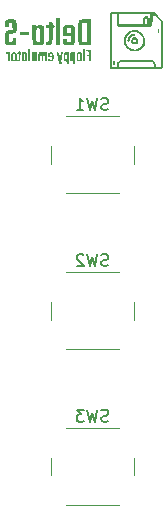
<source format=gbr>
%TF.GenerationSoftware,KiCad,Pcbnew,7.0.11*%
%TF.CreationDate,2024-05-26T23:12:01+03:00*%
%TF.ProjectId,delta_flop_arduino,64656c74-615f-4666-9c6f-705f61726475,rev?*%
%TF.SameCoordinates,Original*%
%TF.FileFunction,Legend,Bot*%
%TF.FilePolarity,Positive*%
%FSLAX46Y46*%
G04 Gerber Fmt 4.6, Leading zero omitted, Abs format (unit mm)*
G04 Created by KiCad (PCBNEW 7.0.11) date 2024-05-26 23:12:01*
%MOMM*%
%LPD*%
G01*
G04 APERTURE LIST*
%ADD10C,0.150000*%
%ADD11C,0.120000*%
G04 APERTURE END LIST*
D10*
X213983332Y-138607200D02*
X213840475Y-138654819D01*
X213840475Y-138654819D02*
X213602380Y-138654819D01*
X213602380Y-138654819D02*
X213507142Y-138607200D01*
X213507142Y-138607200D02*
X213459523Y-138559580D01*
X213459523Y-138559580D02*
X213411904Y-138464342D01*
X213411904Y-138464342D02*
X213411904Y-138369104D01*
X213411904Y-138369104D02*
X213459523Y-138273866D01*
X213459523Y-138273866D02*
X213507142Y-138226247D01*
X213507142Y-138226247D02*
X213602380Y-138178628D01*
X213602380Y-138178628D02*
X213792856Y-138131009D01*
X213792856Y-138131009D02*
X213888094Y-138083390D01*
X213888094Y-138083390D02*
X213935713Y-138035771D01*
X213935713Y-138035771D02*
X213983332Y-137940533D01*
X213983332Y-137940533D02*
X213983332Y-137845295D01*
X213983332Y-137845295D02*
X213935713Y-137750057D01*
X213935713Y-137750057D02*
X213888094Y-137702438D01*
X213888094Y-137702438D02*
X213792856Y-137654819D01*
X213792856Y-137654819D02*
X213554761Y-137654819D01*
X213554761Y-137654819D02*
X213411904Y-137702438D01*
X213078570Y-137654819D02*
X212840475Y-138654819D01*
X212840475Y-138654819D02*
X212649999Y-137940533D01*
X212649999Y-137940533D02*
X212459523Y-138654819D01*
X212459523Y-138654819D02*
X212221428Y-137654819D01*
X211935713Y-137654819D02*
X211316666Y-137654819D01*
X211316666Y-137654819D02*
X211649999Y-138035771D01*
X211649999Y-138035771D02*
X211507142Y-138035771D01*
X211507142Y-138035771D02*
X211411904Y-138083390D01*
X211411904Y-138083390D02*
X211364285Y-138131009D01*
X211364285Y-138131009D02*
X211316666Y-138226247D01*
X211316666Y-138226247D02*
X211316666Y-138464342D01*
X211316666Y-138464342D02*
X211364285Y-138559580D01*
X211364285Y-138559580D02*
X211411904Y-138607200D01*
X211411904Y-138607200D02*
X211507142Y-138654819D01*
X211507142Y-138654819D02*
X211792856Y-138654819D01*
X211792856Y-138654819D02*
X211888094Y-138607200D01*
X211888094Y-138607200D02*
X211935713Y-138559580D01*
X213983332Y-125407200D02*
X213840475Y-125454819D01*
X213840475Y-125454819D02*
X213602380Y-125454819D01*
X213602380Y-125454819D02*
X213507142Y-125407200D01*
X213507142Y-125407200D02*
X213459523Y-125359580D01*
X213459523Y-125359580D02*
X213411904Y-125264342D01*
X213411904Y-125264342D02*
X213411904Y-125169104D01*
X213411904Y-125169104D02*
X213459523Y-125073866D01*
X213459523Y-125073866D02*
X213507142Y-125026247D01*
X213507142Y-125026247D02*
X213602380Y-124978628D01*
X213602380Y-124978628D02*
X213792856Y-124931009D01*
X213792856Y-124931009D02*
X213888094Y-124883390D01*
X213888094Y-124883390D02*
X213935713Y-124835771D01*
X213935713Y-124835771D02*
X213983332Y-124740533D01*
X213983332Y-124740533D02*
X213983332Y-124645295D01*
X213983332Y-124645295D02*
X213935713Y-124550057D01*
X213935713Y-124550057D02*
X213888094Y-124502438D01*
X213888094Y-124502438D02*
X213792856Y-124454819D01*
X213792856Y-124454819D02*
X213554761Y-124454819D01*
X213554761Y-124454819D02*
X213411904Y-124502438D01*
X213078570Y-124454819D02*
X212840475Y-125454819D01*
X212840475Y-125454819D02*
X212649999Y-124740533D01*
X212649999Y-124740533D02*
X212459523Y-125454819D01*
X212459523Y-125454819D02*
X212221428Y-124454819D01*
X211888094Y-124550057D02*
X211840475Y-124502438D01*
X211840475Y-124502438D02*
X211745237Y-124454819D01*
X211745237Y-124454819D02*
X211507142Y-124454819D01*
X211507142Y-124454819D02*
X211411904Y-124502438D01*
X211411904Y-124502438D02*
X211364285Y-124550057D01*
X211364285Y-124550057D02*
X211316666Y-124645295D01*
X211316666Y-124645295D02*
X211316666Y-124740533D01*
X211316666Y-124740533D02*
X211364285Y-124883390D01*
X211364285Y-124883390D02*
X211935713Y-125454819D01*
X211935713Y-125454819D02*
X211316666Y-125454819D01*
X213983332Y-112207200D02*
X213840475Y-112254819D01*
X213840475Y-112254819D02*
X213602380Y-112254819D01*
X213602380Y-112254819D02*
X213507142Y-112207200D01*
X213507142Y-112207200D02*
X213459523Y-112159580D01*
X213459523Y-112159580D02*
X213411904Y-112064342D01*
X213411904Y-112064342D02*
X213411904Y-111969104D01*
X213411904Y-111969104D02*
X213459523Y-111873866D01*
X213459523Y-111873866D02*
X213507142Y-111826247D01*
X213507142Y-111826247D02*
X213602380Y-111778628D01*
X213602380Y-111778628D02*
X213792856Y-111731009D01*
X213792856Y-111731009D02*
X213888094Y-111683390D01*
X213888094Y-111683390D02*
X213935713Y-111635771D01*
X213935713Y-111635771D02*
X213983332Y-111540533D01*
X213983332Y-111540533D02*
X213983332Y-111445295D01*
X213983332Y-111445295D02*
X213935713Y-111350057D01*
X213935713Y-111350057D02*
X213888094Y-111302438D01*
X213888094Y-111302438D02*
X213792856Y-111254819D01*
X213792856Y-111254819D02*
X213554761Y-111254819D01*
X213554761Y-111254819D02*
X213411904Y-111302438D01*
X213078570Y-111254819D02*
X212840475Y-112254819D01*
X212840475Y-112254819D02*
X212649999Y-111540533D01*
X212649999Y-111540533D02*
X212459523Y-112254819D01*
X212459523Y-112254819D02*
X212221428Y-111254819D01*
X211316666Y-112254819D02*
X211888094Y-112254819D01*
X211602380Y-112254819D02*
X211602380Y-111254819D01*
X211602380Y-111254819D02*
X211697618Y-111397676D01*
X211697618Y-111397676D02*
X211792856Y-111492914D01*
X211792856Y-111492914D02*
X211888094Y-111540533D01*
D11*
%TO.C,SW3*%
X216150000Y-141700000D02*
X216150000Y-143200000D01*
X214900000Y-145700000D02*
X210400000Y-145700000D01*
X210400000Y-139200000D02*
X214900000Y-139200000D01*
X209150000Y-143200000D02*
X209150000Y-141700000D01*
%TO.C,SW2*%
X216150000Y-128500000D02*
X216150000Y-130000000D01*
X214900000Y-132500000D02*
X210400000Y-132500000D01*
X210400000Y-126000000D02*
X214900000Y-126000000D01*
X209150000Y-130000000D02*
X209150000Y-128500000D01*
%TO.C,SW1*%
X216150000Y-115300000D02*
X216150000Y-116800000D01*
X214900000Y-119300000D02*
X210400000Y-119300000D01*
X210400000Y-112800000D02*
X214900000Y-112800000D01*
X209150000Y-116800000D02*
X209150000Y-115300000D01*
%TO.C,G\u002A\u002A\u002A*%
G36*
X212041259Y-107611632D02*
G01*
X212041259Y-108137460D01*
X211957915Y-108137460D01*
X211874570Y-108137460D01*
X211882073Y-107620359D01*
X211889577Y-107103258D01*
X211965418Y-107094531D01*
X212041259Y-107085805D01*
X212041259Y-107611632D01*
G37*
G36*
X207408035Y-107613464D02*
G01*
X207408035Y-108137460D01*
X207325299Y-108137460D01*
X207242562Y-108137460D01*
X207242562Y-107613464D01*
X207242562Y-107089468D01*
X207325299Y-107089468D01*
X207408035Y-107089468D01*
X207408035Y-107613464D01*
G37*
G36*
X207297720Y-105751900D02*
G01*
X207297720Y-105876005D01*
X206911618Y-105876005D01*
X206525516Y-105876005D01*
X206525516Y-105751900D01*
X206525516Y-105627796D01*
X206911618Y-105627796D01*
X207297720Y-105627796D01*
X207297720Y-105751900D01*
G37*
G36*
X214519100Y-108124634D02*
G01*
X214550125Y-108137834D01*
X214565482Y-108177868D01*
X214573291Y-108258896D01*
X214574064Y-108272769D01*
X214569844Y-108369959D01*
X214545712Y-108417051D01*
X214528323Y-108427175D01*
X214495765Y-108439981D01*
X214453747Y-108426102D01*
X214422877Y-108366427D01*
X214418240Y-108258896D01*
X214421627Y-108213250D01*
X214432114Y-108154043D01*
X214454120Y-108128903D01*
X214495765Y-108123670D01*
X214519100Y-108124634D01*
G37*
G36*
X209917698Y-105595621D02*
G01*
X209917589Y-105721370D01*
X209916755Y-105960523D01*
X209915176Y-106179502D01*
X209912944Y-106372476D01*
X209910151Y-106533615D01*
X209906886Y-106657088D01*
X209903243Y-106737066D01*
X209899312Y-106767717D01*
X209881232Y-106774703D01*
X209819669Y-106782905D01*
X209733840Y-106786102D01*
X209586754Y-106786102D01*
X209586754Y-105614007D01*
X209586754Y-104441911D01*
X209752226Y-104441911D01*
X209917698Y-104441911D01*
X209917698Y-105595621D01*
G37*
G36*
X218301382Y-105420803D02*
G01*
X218301914Y-105421156D01*
X218317487Y-105457872D01*
X218326636Y-105527516D01*
X218328773Y-105608776D01*
X218323309Y-105680338D01*
X218309658Y-105720889D01*
X218288617Y-105730535D01*
X218233817Y-105732380D01*
X218225142Y-105730829D01*
X218194426Y-105713069D01*
X218177791Y-105668042D01*
X218169268Y-105581824D01*
X218167558Y-105547637D01*
X218169092Y-105476555D01*
X218184134Y-105439619D01*
X218217284Y-105421466D01*
X218254724Y-105414346D01*
X218301382Y-105420803D01*
G37*
G36*
X205670575Y-107751358D02*
G01*
X205670575Y-108137460D01*
X205587839Y-108137460D01*
X205505103Y-108137460D01*
X205505103Y-107837083D01*
X205504970Y-107744818D01*
X205503245Y-107643703D01*
X205497717Y-107580816D01*
X205486170Y-107545946D01*
X205466389Y-107528879D01*
X205436156Y-107519403D01*
X205384424Y-107492480D01*
X205367210Y-107433677D01*
X205371652Y-107381847D01*
X205394744Y-107368694D01*
X205450085Y-107392909D01*
X205482219Y-107405560D01*
X205518846Y-107392909D01*
X205544841Y-107375453D01*
X205603256Y-107365255D01*
X205670575Y-107365255D01*
X205670575Y-107751358D01*
G37*
G36*
X216255636Y-105805098D02*
G01*
X216293204Y-105827417D01*
X216302172Y-105875360D01*
X216300375Y-105901058D01*
X216283400Y-105932587D01*
X216237745Y-105955096D01*
X216150489Y-105977264D01*
X216063071Y-106005549D01*
X215944205Y-106075994D01*
X215854366Y-106169425D01*
X215806618Y-106274549D01*
X215795306Y-106328871D01*
X215777650Y-106413790D01*
X215776025Y-106420604D01*
X215740666Y-106471795D01*
X215685489Y-106481209D01*
X215629408Y-106444880D01*
X215616008Y-106418912D01*
X215612885Y-106359271D01*
X215629181Y-106261585D01*
X215637899Y-106227208D01*
X215702725Y-106085903D01*
X215803289Y-105963433D01*
X215928466Y-105868703D01*
X216067131Y-105810620D01*
X216208161Y-105798089D01*
X216255636Y-105805098D01*
G37*
G36*
X207959609Y-107716431D02*
G01*
X207958922Y-107813733D01*
X207953558Y-107963291D01*
X207942790Y-108059766D01*
X207926515Y-108104365D01*
X207892467Y-108119609D01*
X207813005Y-108132622D01*
X207705885Y-108137460D01*
X207518350Y-108137460D01*
X207518350Y-107749526D01*
X207518350Y-107361592D01*
X207594191Y-107370318D01*
X207670033Y-107379045D01*
X207683822Y-107696200D01*
X207688450Y-107791428D01*
X207696430Y-107900970D01*
X207706549Y-107968939D01*
X207720251Y-108003634D01*
X207738979Y-108013355D01*
X207751563Y-108009617D01*
X207766923Y-107984951D01*
X207778177Y-107930026D01*
X207786767Y-107836542D01*
X207794137Y-107696200D01*
X207807926Y-107379045D01*
X207883768Y-107370318D01*
X207959609Y-107361592D01*
X207959609Y-107716431D01*
G37*
G36*
X212537676Y-107654832D02*
G01*
X212537676Y-108137460D01*
X212454940Y-108137460D01*
X212372204Y-108137460D01*
X212372204Y-107930619D01*
X212372204Y-107723779D01*
X212259971Y-107723779D01*
X212247780Y-107723742D01*
X212182762Y-107719246D01*
X212156997Y-107701361D01*
X212156551Y-107661727D01*
X212164184Y-107633098D01*
X212197080Y-107603925D01*
X212268784Y-107591115D01*
X212372204Y-107582556D01*
X212372204Y-107447838D01*
X212372204Y-107313120D01*
X212241205Y-107304714D01*
X212225642Y-107303649D01*
X212151386Y-107293655D01*
X212114970Y-107273045D01*
X212101393Y-107234257D01*
X212099297Y-107209867D01*
X212108049Y-107188720D01*
X212139790Y-107177470D01*
X212205243Y-107173002D01*
X212315129Y-107172204D01*
X212537676Y-107172204D01*
X212537676Y-107654832D01*
G37*
G36*
X216521921Y-106426624D02*
G01*
X216490778Y-106552129D01*
X216417106Y-106644346D01*
X216303691Y-106699444D01*
X216255937Y-106708763D01*
X216130765Y-106698867D01*
X216023216Y-106639440D01*
X215941830Y-106534377D01*
X215910130Y-106449938D01*
X215911126Y-106392996D01*
X216094417Y-106392996D01*
X216102417Y-106459451D01*
X216148676Y-106509345D01*
X216184850Y-106525807D01*
X216231412Y-106537894D01*
X216255799Y-106529612D01*
X216305826Y-106491676D01*
X216351286Y-106441544D01*
X216371118Y-106400000D01*
X216362728Y-106375929D01*
X216324293Y-106326551D01*
X216273501Y-106281682D01*
X216231412Y-106262107D01*
X216170648Y-106277764D01*
X216119039Y-106326820D01*
X216094417Y-106392996D01*
X215911126Y-106392996D01*
X215911997Y-106343167D01*
X215965287Y-106231712D01*
X216008653Y-106179107D01*
X216110637Y-106111899D01*
X216226483Y-106091304D01*
X216344514Y-106118237D01*
X216453049Y-106193608D01*
X216488826Y-106236026D01*
X216515677Y-106302306D01*
X216522801Y-106398405D01*
X216522751Y-106400000D01*
X216521921Y-106426624D01*
G37*
G36*
X211772785Y-107533789D02*
G01*
X211780242Y-107641812D01*
X211782245Y-107763316D01*
X211778903Y-107884617D01*
X211770325Y-107992031D01*
X211756619Y-108071875D01*
X211737894Y-108110464D01*
X211731519Y-108113943D01*
X211669025Y-108129558D01*
X211580097Y-108136082D01*
X211484995Y-108133842D01*
X211403979Y-108123161D01*
X211357307Y-108104365D01*
X211347433Y-108081595D01*
X211336033Y-108011224D01*
X211328404Y-107909426D01*
X211324671Y-107790240D01*
X211324960Y-107667706D01*
X211329396Y-107555864D01*
X211334665Y-107503149D01*
X211460037Y-107503149D01*
X211467966Y-107758252D01*
X211475896Y-108013355D01*
X211551737Y-108022082D01*
X211627579Y-108030808D01*
X211627579Y-107766979D01*
X211627579Y-107503149D01*
X211543808Y-107503149D01*
X211460037Y-107503149D01*
X211334665Y-107503149D01*
X211338103Y-107468753D01*
X211351208Y-107420413D01*
X211366298Y-107407339D01*
X211428255Y-107387943D01*
X211516058Y-107378732D01*
X211610594Y-107379975D01*
X211692749Y-107391940D01*
X211743409Y-107414897D01*
X211759767Y-107452931D01*
X211767852Y-107503149D01*
X211772785Y-107533789D01*
G37*
G36*
X207132248Y-107763008D02*
G01*
X207132088Y-107803533D01*
X207127421Y-107956128D01*
X207116393Y-108056906D01*
X207099153Y-108104365D01*
X207065105Y-108119609D01*
X206985643Y-108132622D01*
X206878523Y-108137460D01*
X206690988Y-108137460D01*
X206690988Y-107752541D01*
X206690988Y-107637005D01*
X206859363Y-107637005D01*
X206862320Y-107756021D01*
X206863277Y-107783084D01*
X206872831Y-107914720D01*
X206889519Y-107994572D01*
X206914221Y-108025243D01*
X206947815Y-108009333D01*
X206951586Y-108000691D01*
X206959363Y-107947054D01*
X206964757Y-107857830D01*
X206966775Y-107746761D01*
X206966273Y-107651867D01*
X206962863Y-107570883D01*
X206954077Y-107526178D01*
X206937466Y-107507137D01*
X206910583Y-107503149D01*
X206885446Y-107506164D01*
X206868933Y-107522516D01*
X206860903Y-107562650D01*
X206859363Y-107637005D01*
X206690988Y-107637005D01*
X206690988Y-107367623D01*
X206867453Y-107374530D01*
X206892536Y-107375565D01*
X206990860Y-107383228D01*
X207057810Y-107401881D01*
X207099405Y-107440356D01*
X207121664Y-107507481D01*
X207130605Y-107612088D01*
X207132071Y-107746761D01*
X207132248Y-107763008D01*
G37*
G36*
X212537676Y-105682954D02*
G01*
X212537676Y-106790848D01*
X212089522Y-106781565D01*
X211949398Y-106778032D01*
X211797342Y-106770980D01*
X211686431Y-106759517D01*
X211608536Y-106741551D01*
X211555527Y-106714989D01*
X211519274Y-106677741D01*
X211491648Y-106627713D01*
X211489055Y-106619607D01*
X211481013Y-106558931D01*
X211477929Y-106510315D01*
X211792230Y-106510315D01*
X211999481Y-106510315D01*
X212206732Y-106510315D01*
X212206732Y-105681745D01*
X212206732Y-104853176D01*
X212006786Y-104861279D01*
X211806840Y-104869381D01*
X211799535Y-105689848D01*
X211792230Y-106510315D01*
X211477929Y-106510315D01*
X211474345Y-106453822D01*
X211469050Y-106312577D01*
X211465128Y-106143495D01*
X211462580Y-105954873D01*
X211461406Y-105755008D01*
X211461605Y-105552200D01*
X211463178Y-105354744D01*
X211466125Y-105170940D01*
X211470445Y-105009086D01*
X211476139Y-104877478D01*
X211483207Y-104784414D01*
X211491648Y-104738194D01*
X211511099Y-104700663D01*
X211544147Y-104660082D01*
X211591697Y-104630768D01*
X211661880Y-104610630D01*
X211762826Y-104597574D01*
X211902663Y-104589509D01*
X212089522Y-104584343D01*
X212537676Y-104575059D01*
X212537676Y-104853176D01*
X212537676Y-105682954D01*
G37*
G36*
X206536935Y-107266846D02*
G01*
X206553094Y-107310098D01*
X206560773Y-107342263D01*
X206594463Y-107365255D01*
X206621446Y-107378750D01*
X206635831Y-107434202D01*
X206627734Y-107479175D01*
X206594463Y-107503149D01*
X206584444Y-107505017D01*
X206568769Y-107524290D01*
X206559190Y-107571767D01*
X206554401Y-107656416D01*
X206553094Y-107787210D01*
X206553026Y-107811335D01*
X206548582Y-107958206D01*
X206537455Y-108057010D01*
X206520000Y-108104365D01*
X206519238Y-108105104D01*
X206468975Y-108127981D01*
X206395896Y-108137460D01*
X206347126Y-108134863D01*
X206312700Y-108116137D01*
X206304886Y-108068513D01*
X206316791Y-108015725D01*
X206360043Y-107999566D01*
X206381791Y-107997162D01*
X206399907Y-107981689D01*
X206409959Y-107942562D01*
X206414279Y-107869284D01*
X206415201Y-107751358D01*
X206414667Y-107653492D01*
X206411228Y-107571970D01*
X206402533Y-107526737D01*
X206386249Y-107507296D01*
X206360043Y-107503149D01*
X206317813Y-107488268D01*
X206304886Y-107434202D01*
X206316791Y-107381415D01*
X206360043Y-107365255D01*
X206395700Y-107356191D01*
X206415201Y-107310098D01*
X206430082Y-107267868D01*
X206484148Y-107254941D01*
X206536935Y-107266846D01*
G37*
G36*
X208808433Y-107758252D02*
G01*
X208816106Y-108137460D01*
X208733495Y-108137460D01*
X208650884Y-108137460D01*
X208643086Y-107827199D01*
X208640859Y-107744043D01*
X208636491Y-107636749D01*
X208629680Y-107569263D01*
X208618290Y-107531834D01*
X208600187Y-107514706D01*
X208573236Y-107508126D01*
X208550791Y-107506029D01*
X208531681Y-107512767D01*
X208519984Y-107538274D01*
X208513882Y-107591649D01*
X208511555Y-107681987D01*
X208511183Y-107818386D01*
X208511183Y-108137460D01*
X208428447Y-108137460D01*
X208345711Y-108137460D01*
X208345711Y-107820304D01*
X208345587Y-107742766D01*
X208344027Y-107631619D01*
X208339366Y-107561416D01*
X208329983Y-107522825D01*
X208314253Y-107506513D01*
X208290554Y-107503149D01*
X208277069Y-107503866D01*
X208257739Y-107512835D01*
X208245530Y-107539633D01*
X208238818Y-107593589D01*
X208235981Y-107684035D01*
X208235396Y-107820304D01*
X208235396Y-108137460D01*
X208152660Y-108137460D01*
X208069924Y-108137460D01*
X208069924Y-107796102D01*
X208069925Y-107790430D01*
X208071835Y-107632437D01*
X208079473Y-107521337D01*
X208095935Y-107449172D01*
X208124319Y-107407980D01*
X208167724Y-107389800D01*
X208229247Y-107386672D01*
X208274909Y-107387676D01*
X208377024Y-107388728D01*
X208484216Y-107387624D01*
X208621498Y-107384207D01*
X208800760Y-107379045D01*
X208808433Y-107758252D01*
G37*
G36*
X211213898Y-107862554D02*
G01*
X211213898Y-108358089D01*
X211131162Y-108358089D01*
X211113396Y-108357915D01*
X211069398Y-108349954D01*
X211051693Y-108318509D01*
X211048426Y-108247774D01*
X211048176Y-108211315D01*
X211040518Y-108159671D01*
X211010709Y-108140359D01*
X210943626Y-108137460D01*
X210928764Y-108137140D01*
X210853587Y-108126149D01*
X210805733Y-108104365D01*
X210800329Y-108096569D01*
X210784964Y-108033766D01*
X210775724Y-107916529D01*
X210772991Y-107764769D01*
X210924321Y-107764769D01*
X210924336Y-107779235D01*
X210926398Y-107896077D01*
X210933103Y-107968701D01*
X210946099Y-108006991D01*
X210967034Y-108020826D01*
X211000610Y-108022422D01*
X211025418Y-108004912D01*
X211039928Y-107958672D01*
X211046733Y-107874912D01*
X211048426Y-107744843D01*
X211048425Y-107740858D01*
X211047727Y-107625620D01*
X211043862Y-107554989D01*
X211034141Y-107518703D01*
X211015875Y-107506502D01*
X210986373Y-107508126D01*
X210958489Y-107514797D01*
X210939556Y-107533012D01*
X210929322Y-107573422D01*
X210925129Y-107647012D01*
X210924321Y-107764769D01*
X210772991Y-107764769D01*
X210772638Y-107745159D01*
X210772664Y-107671747D01*
X210775241Y-107545188D01*
X210786741Y-107460948D01*
X210813831Y-107410187D01*
X210863179Y-107384065D01*
X210941453Y-107373741D01*
X211055320Y-107370375D01*
X211213898Y-107367019D01*
X211213898Y-107744843D01*
X211213898Y-107862554D01*
G37*
G36*
X210662324Y-107862554D02*
G01*
X210662324Y-108358089D01*
X210579587Y-108358089D01*
X210561821Y-108357915D01*
X210517823Y-108349954D01*
X210500118Y-108318509D01*
X210496851Y-108247774D01*
X210496602Y-108211315D01*
X210488943Y-108159671D01*
X210459135Y-108140359D01*
X210392052Y-108137460D01*
X210377190Y-108137140D01*
X210302013Y-108126149D01*
X210254159Y-108104365D01*
X210248755Y-108096569D01*
X210233390Y-108033766D01*
X210224150Y-107916529D01*
X210221417Y-107764769D01*
X210372747Y-107764769D01*
X210372761Y-107779235D01*
X210374824Y-107896077D01*
X210381529Y-107968701D01*
X210394525Y-108006991D01*
X210415460Y-108020826D01*
X210449036Y-108022422D01*
X210473844Y-108004912D01*
X210488354Y-107958672D01*
X210495159Y-107874912D01*
X210496851Y-107744843D01*
X210496851Y-107740858D01*
X210496152Y-107625620D01*
X210492287Y-107554989D01*
X210482567Y-107518703D01*
X210464301Y-107506502D01*
X210434799Y-107508126D01*
X210406915Y-107514797D01*
X210387982Y-107533012D01*
X210377747Y-107573422D01*
X210373554Y-107647012D01*
X210372747Y-107764769D01*
X210221417Y-107764769D01*
X210221064Y-107745159D01*
X210221089Y-107671747D01*
X210223666Y-107545188D01*
X210235166Y-107460948D01*
X210262256Y-107410187D01*
X210311604Y-107384065D01*
X210389878Y-107373741D01*
X210503746Y-107370375D01*
X210662324Y-107367019D01*
X210662324Y-107744843D01*
X210662324Y-107862554D01*
G37*
G36*
X209111021Y-104778374D02*
G01*
X209269598Y-104786645D01*
X209277934Y-104931434D01*
X209283423Y-105006352D01*
X209295095Y-105054411D01*
X209320737Y-105073079D01*
X209369076Y-105076222D01*
X209408042Y-105077360D01*
X209437684Y-105089885D01*
X209446741Y-105128322D01*
X209443476Y-105207221D01*
X209440481Y-105247494D01*
X209429594Y-105308430D01*
X209405628Y-105336409D01*
X209359229Y-105346946D01*
X209283388Y-105355673D01*
X209283388Y-105933880D01*
X209283239Y-106034482D01*
X209281056Y-106241169D01*
X209274834Y-106401830D01*
X209262764Y-106522910D01*
X209243038Y-106610851D01*
X209213845Y-106672097D01*
X209173377Y-106713092D01*
X209119824Y-106740279D01*
X209051376Y-106760102D01*
X209027842Y-106764937D01*
X208935409Y-106777068D01*
X208835233Y-106783279D01*
X208704235Y-106786102D01*
X208704235Y-106634419D01*
X208704235Y-106482736D01*
X208811599Y-106482736D01*
X208895130Y-106472467D01*
X208935703Y-106439113D01*
X208935739Y-106439017D01*
X208941006Y-106398308D01*
X208945589Y-106311966D01*
X208949210Y-106189452D01*
X208951588Y-106040226D01*
X208952443Y-105873749D01*
X208952443Y-105352009D01*
X208828339Y-105352009D01*
X208704235Y-105352009D01*
X208704235Y-105214115D01*
X208704235Y-105076222D01*
X208828339Y-105076222D01*
X208952443Y-105076222D01*
X208952443Y-104923163D01*
X208952443Y-104770103D01*
X209111021Y-104778374D01*
G37*
G36*
X210107530Y-107368299D02*
G01*
X210144090Y-107380210D01*
X210146255Y-107404608D01*
X210137968Y-107472658D01*
X210120445Y-107571572D01*
X210096423Y-107689191D01*
X210068641Y-107813353D01*
X210039840Y-107931900D01*
X210012756Y-108032672D01*
X209990130Y-108103508D01*
X209974700Y-108132248D01*
X209959451Y-108139564D01*
X209943205Y-108171806D01*
X209964283Y-108204960D01*
X210014224Y-108220196D01*
X210026929Y-108220487D01*
X210071780Y-108236660D01*
X210083170Y-108289143D01*
X210081660Y-108315994D01*
X210061199Y-108349976D01*
X210003490Y-108358089D01*
X209961050Y-108356105D01*
X209906508Y-108341935D01*
X209862972Y-108308111D01*
X209826694Y-108247642D01*
X209793926Y-108153536D01*
X209760922Y-108018801D01*
X209723934Y-107836444D01*
X209707377Y-107750115D01*
X209681434Y-107612547D01*
X209660676Y-107499501D01*
X209646902Y-107420848D01*
X209641911Y-107386458D01*
X209662773Y-107371746D01*
X209717323Y-107370318D01*
X209750810Y-107376591D01*
X209776992Y-107394118D01*
X209796573Y-107433306D01*
X209814772Y-107505072D01*
X209836803Y-107620331D01*
X209846131Y-107669973D01*
X209866947Y-107771160D01*
X209884577Y-107844491D01*
X209895963Y-107876709D01*
X209902570Y-107873433D01*
X209916579Y-107832581D01*
X209930417Y-107759526D01*
X209938803Y-107703309D01*
X209962527Y-107561268D01*
X209984572Y-107464070D01*
X210007582Y-107404088D01*
X210034200Y-107373692D01*
X210067070Y-107365255D01*
X210107530Y-107368299D01*
G37*
G36*
X209363430Y-107606681D02*
G01*
X209366124Y-107758442D01*
X209365178Y-107829609D01*
X209359514Y-107944561D01*
X209349874Y-108034401D01*
X209337575Y-108084115D01*
X209333386Y-108091349D01*
X209302573Y-108119787D01*
X209246912Y-108133596D01*
X209151418Y-108137037D01*
X209129493Y-108136894D01*
X209026227Y-108131006D01*
X208963240Y-108111599D01*
X208928017Y-108071889D01*
X208908043Y-108005090D01*
X208900042Y-107944811D01*
X208918490Y-107921000D01*
X208976574Y-107916830D01*
X209003716Y-107917681D01*
X209050386Y-107932251D01*
X209062758Y-107971987D01*
X209077639Y-108014217D01*
X209131705Y-108027145D01*
X209137709Y-108027105D01*
X209179138Y-108019494D01*
X209196888Y-107987904D01*
X209200651Y-107916830D01*
X209200651Y-107806515D01*
X209048969Y-107806515D01*
X208897286Y-107806515D01*
X208897286Y-107630630D01*
X208897938Y-107599675D01*
X209062758Y-107599675D01*
X209065991Y-107656535D01*
X209085079Y-107688988D01*
X209131705Y-107696200D01*
X209172319Y-107691674D01*
X209195500Y-107664951D01*
X209200651Y-107599675D01*
X209197418Y-107542814D01*
X209178331Y-107510361D01*
X209131705Y-107503149D01*
X209091090Y-107507675D01*
X209067909Y-107534398D01*
X209062758Y-107599675D01*
X208897938Y-107599675D01*
X208898639Y-107566376D01*
X208913378Y-107469746D01*
X208951969Y-107412836D01*
X209023777Y-107385862D01*
X209138167Y-107379045D01*
X209214595Y-107381836D01*
X209282614Y-107397530D01*
X209326726Y-107434631D01*
X209351981Y-107501546D01*
X209362667Y-107599675D01*
X209363430Y-107606681D01*
G37*
G36*
X206249569Y-107803533D02*
G01*
X206244902Y-107956128D01*
X206233874Y-108056906D01*
X206216634Y-108104365D01*
X206186466Y-108118616D01*
X206112176Y-108132245D01*
X206015309Y-108137460D01*
X205939738Y-108134328D01*
X205858524Y-108122395D01*
X205813985Y-108104365D01*
X205809651Y-108098550D01*
X205793770Y-108039189D01*
X205784135Y-107926840D01*
X205780932Y-107765147D01*
X205946363Y-107765147D01*
X205946380Y-107809464D01*
X205947449Y-107915380D01*
X205952158Y-107979775D01*
X205963225Y-108012979D01*
X205983369Y-108025325D01*
X206015309Y-108027145D01*
X206026972Y-108027078D01*
X206054845Y-108023017D01*
X206071790Y-108005124D01*
X206080528Y-107963070D01*
X206083777Y-107886521D01*
X206084256Y-107765147D01*
X206084239Y-107720830D01*
X206083170Y-107614913D01*
X206078461Y-107550519D01*
X206067394Y-107517315D01*
X206047250Y-107504968D01*
X206015309Y-107503149D01*
X206003647Y-107503215D01*
X205975774Y-107507277D01*
X205958828Y-107525170D01*
X205950090Y-107567224D01*
X205946841Y-107643773D01*
X205946363Y-107765147D01*
X205780932Y-107765147D01*
X205780890Y-107763008D01*
X205780898Y-107749073D01*
X205783258Y-107600710D01*
X205793405Y-107498320D01*
X205816512Y-107433429D01*
X205857750Y-107397568D01*
X205922292Y-107382264D01*
X206015309Y-107379045D01*
X206023817Y-107379057D01*
X206114396Y-107382922D01*
X206176908Y-107399543D01*
X206216525Y-107437390D01*
X206238420Y-107504936D01*
X206247763Y-107610651D01*
X206249729Y-107763008D01*
X206249721Y-107765147D01*
X206249569Y-107803533D01*
G37*
G36*
X211153175Y-105898070D02*
G01*
X211154783Y-106035089D01*
X211156531Y-106216977D01*
X211156766Y-106355130D01*
X211154973Y-106456608D01*
X211150637Y-106528475D01*
X211143245Y-106577793D01*
X211132282Y-106611625D01*
X211117232Y-106637032D01*
X211097581Y-106661077D01*
X211097311Y-106661391D01*
X211024061Y-106720247D01*
X210937675Y-106757863D01*
X210817734Y-106775414D01*
X210670272Y-106781780D01*
X210523114Y-106776619D01*
X210403057Y-106759831D01*
X210299739Y-106724210D01*
X210229787Y-106665911D01*
X210189407Y-106575323D01*
X210170932Y-106441946D01*
X210159481Y-106262107D01*
X210326580Y-106262107D01*
X210493680Y-106262107D01*
X210502160Y-106379316D01*
X210510641Y-106496526D01*
X210662324Y-106496526D01*
X210814007Y-106496526D01*
X210821975Y-106255212D01*
X210829943Y-106013898D01*
X210497925Y-106013898D01*
X210165907Y-106013898D01*
X210165907Y-105765690D01*
X210494531Y-105765690D01*
X210662324Y-105765690D01*
X210830116Y-105765690D01*
X210822061Y-105551955D01*
X210814007Y-105338220D01*
X210662324Y-105338220D01*
X210510641Y-105338220D01*
X210502586Y-105551955D01*
X210494531Y-105765690D01*
X210165907Y-105765690D01*
X210165907Y-105625675D01*
X210165907Y-105237451D01*
X210246521Y-105156837D01*
X210281088Y-105123805D01*
X210314937Y-105100707D01*
X210358178Y-105086638D01*
X210422252Y-105079359D01*
X210518600Y-105076633D01*
X210658664Y-105076222D01*
X210745029Y-105076409D01*
X210860640Y-105078421D01*
X210939167Y-105084184D01*
X210992143Y-105095573D01*
X211031101Y-105114466D01*
X211067572Y-105142738D01*
X211144951Y-105209254D01*
X211151594Y-105765690D01*
X211153175Y-105898070D01*
G37*
G36*
X217117996Y-106525817D02*
G01*
X217065796Y-106727011D01*
X216971032Y-106910706D01*
X216838724Y-107068685D01*
X216673893Y-107192729D01*
X216481559Y-107274624D01*
X216435850Y-107285392D01*
X216284901Y-107300624D01*
X216118971Y-107294859D01*
X215960647Y-107269753D01*
X215832516Y-107226966D01*
X215795371Y-107207543D01*
X215638444Y-107094154D01*
X215498926Y-106944590D01*
X215391820Y-106774264D01*
X215363453Y-106713011D01*
X215331905Y-106621982D01*
X215316826Y-106525950D01*
X215312966Y-106400000D01*
X215313334Y-106375938D01*
X215485906Y-106375938D01*
X215503793Y-106545137D01*
X215572171Y-106723904D01*
X215583499Y-106745930D01*
X215685558Y-106896164D01*
X215816690Y-107008519D01*
X215988568Y-107093355D01*
X216077920Y-107121637D01*
X216256889Y-107140869D01*
X216429522Y-107106551D01*
X216569106Y-107044257D01*
X216732292Y-106926658D01*
X216851803Y-106777927D01*
X216925257Y-106601297D01*
X216950271Y-106400000D01*
X216925886Y-106202572D01*
X216852351Y-106024805D01*
X216732003Y-105874702D01*
X216567188Y-105756205D01*
X216555949Y-105750199D01*
X216369427Y-105680619D01*
X216182246Y-105662989D01*
X216002000Y-105694938D01*
X215836283Y-105774098D01*
X215692690Y-105898098D01*
X215578816Y-106064571D01*
X215518622Y-106205118D01*
X215485906Y-106375938D01*
X215313334Y-106375938D01*
X215314177Y-106320866D01*
X215324001Y-106215533D01*
X215348133Y-106125462D01*
X215391820Y-106025736D01*
X215401337Y-106006864D01*
X215518633Y-105830566D01*
X215669800Y-105679427D01*
X215840227Y-105568349D01*
X215908675Y-105538627D01*
X215987998Y-105517295D01*
X216085444Y-105506788D01*
X216219435Y-105503981D01*
X216227158Y-105503996D01*
X216420808Y-105517234D01*
X216580182Y-105559383D01*
X216720759Y-105636520D01*
X216858021Y-105754724D01*
X216967058Y-105881813D01*
X217057555Y-106046924D01*
X217112297Y-106242298D01*
X217122612Y-106315341D01*
X217120755Y-106400000D01*
X217117996Y-106525817D01*
G37*
G36*
X208557985Y-106176804D02*
G01*
X208554899Y-106334733D01*
X208550913Y-106451945D01*
X208545351Y-106535600D01*
X208537537Y-106592860D01*
X208526795Y-106630885D01*
X208512450Y-106656838D01*
X208493825Y-106677878D01*
X208425628Y-106725856D01*
X208342142Y-106759894D01*
X208242675Y-106773512D01*
X208127515Y-106769441D01*
X208024601Y-106748340D01*
X207954730Y-106712740D01*
X207928629Y-106690317D01*
X207908156Y-106686371D01*
X207904452Y-106728047D01*
X207901416Y-106758490D01*
X207882719Y-106777643D01*
X207835236Y-106783562D01*
X207745874Y-106780584D01*
X207587296Y-106772313D01*
X207580003Y-105924267D01*
X207579986Y-105922298D01*
X207904874Y-105922298D01*
X207905407Y-106105117D01*
X207907776Y-106241482D01*
X207912590Y-106338122D01*
X207920457Y-106402766D01*
X207931988Y-106443142D01*
X207947790Y-106466977D01*
X207969791Y-106482736D01*
X208045137Y-106505515D01*
X208131895Y-106507765D01*
X208201522Y-106487211D01*
X208209435Y-106477572D01*
X208219731Y-106440187D01*
X208226564Y-106371136D01*
X208230214Y-106264556D01*
X208230966Y-106114589D01*
X208229101Y-105915375D01*
X208221607Y-105365798D01*
X208086382Y-105357220D01*
X208072508Y-105356446D01*
X207975319Y-105360667D01*
X207928226Y-105384799D01*
X207921459Y-105417731D01*
X207914929Y-105497962D01*
X207909713Y-105615141D01*
X207906224Y-105759756D01*
X207904874Y-105922298D01*
X207579986Y-105922298D01*
X207572710Y-105076222D01*
X207738581Y-105076222D01*
X207768780Y-105076405D01*
X207851447Y-105081157D01*
X207893024Y-105094462D01*
X207904452Y-105119154D01*
X207906005Y-105140192D01*
X207921477Y-105146669D01*
X207965746Y-105119154D01*
X207975035Y-105113437D01*
X208052596Y-105088964D01*
X208159133Y-105076918D01*
X208273996Y-105077414D01*
X208376532Y-105090567D01*
X208446089Y-105116492D01*
X208449921Y-105119207D01*
X208486205Y-105150141D01*
X208514267Y-105189053D01*
X208535017Y-105242677D01*
X208549364Y-105317750D01*
X208558216Y-105421007D01*
X208562482Y-105559183D01*
X208563072Y-105739014D01*
X208560894Y-105967236D01*
X208560846Y-105970996D01*
X208558850Y-106114589D01*
X208557985Y-106176804D01*
G37*
G36*
X205808469Y-104585180D02*
G01*
X205934775Y-104595895D01*
X206069291Y-104625089D01*
X206158931Y-104672521D01*
X206208467Y-104740037D01*
X206217436Y-104775427D01*
X206229021Y-104864283D01*
X206238095Y-104983646D01*
X206244074Y-105118827D01*
X206246374Y-105255137D01*
X206244410Y-105377887D01*
X206237598Y-105472389D01*
X206209166Y-105601789D01*
X206153942Y-105704017D01*
X206126127Y-105733452D01*
X206088778Y-105758715D01*
X206036166Y-105774576D01*
X205955000Y-105784700D01*
X205831989Y-105792748D01*
X205574050Y-105807058D01*
X205566224Y-106120266D01*
X205564219Y-106250956D01*
X205568094Y-106366300D01*
X205581814Y-106441668D01*
X205608480Y-106485299D01*
X205651197Y-106505435D01*
X205713065Y-106510315D01*
X205754071Y-106509797D01*
X205828532Y-106500216D01*
X205869780Y-106469715D01*
X205887456Y-106406937D01*
X205891205Y-106300524D01*
X205891205Y-106124213D01*
X206056678Y-106124213D01*
X206222150Y-106124213D01*
X206222150Y-106357094D01*
X206222089Y-106384996D01*
X206219251Y-106495115D01*
X206209940Y-106568116D01*
X206191097Y-106618964D01*
X206159662Y-106662623D01*
X206159098Y-106663274D01*
X206086834Y-106721365D01*
X206001084Y-106759607D01*
X205905222Y-106773925D01*
X205782686Y-106778477D01*
X205649849Y-106774264D01*
X205523025Y-106762303D01*
X205418529Y-106743611D01*
X205352675Y-106719203D01*
X205336462Y-106707964D01*
X205296402Y-106670348D01*
X205267566Y-106620095D01*
X205248196Y-106548713D01*
X205236536Y-106447707D01*
X205230828Y-106308585D01*
X205229316Y-106122853D01*
X205229316Y-105711403D01*
X205309770Y-105621337D01*
X205311928Y-105618923D01*
X205352243Y-105577039D01*
X205391254Y-105550606D01*
X205443071Y-105535383D01*
X205521805Y-105527128D01*
X205641566Y-105521600D01*
X205892908Y-105511930D01*
X205885162Y-105190656D01*
X205877416Y-104869381D01*
X205758168Y-104860801D01*
X205736199Y-104859477D01*
X205647059Y-104864875D01*
X205593430Y-104897382D01*
X205567201Y-104965968D01*
X205560261Y-105079599D01*
X205560261Y-105241694D01*
X205394788Y-105241694D01*
X205229316Y-105241694D01*
X205229419Y-105027959D01*
X205230312Y-104974170D01*
X205246488Y-104828584D01*
X205287274Y-104721007D01*
X205358268Y-104647158D01*
X205465066Y-104602757D01*
X205613268Y-104583525D01*
X205808469Y-104585180D01*
G37*
G36*
X218632573Y-108663962D02*
G01*
X218564880Y-108731656D01*
X218497187Y-108799349D01*
X216371118Y-108799349D01*
X214245050Y-108799349D01*
X214177357Y-108731656D01*
X214109663Y-108663962D01*
X214109663Y-108633877D01*
X214302714Y-108633877D01*
X214506443Y-108633877D01*
X214710171Y-108633877D01*
X214881868Y-108633877D01*
X216371118Y-108633877D01*
X217860369Y-108633877D01*
X217860369Y-108499702D01*
X217846979Y-108380765D01*
X217803210Y-108292862D01*
X217746051Y-108220196D01*
X216371118Y-108220196D01*
X214996186Y-108220196D01*
X214939027Y-108292862D01*
X214895610Y-108379488D01*
X214881868Y-108499702D01*
X214881868Y-108633877D01*
X214710171Y-108633877D01*
X214721027Y-108441750D01*
X214726886Y-108361910D01*
X214740600Y-108279954D01*
X214765752Y-108222089D01*
X214808246Y-108169917D01*
X214814409Y-108163714D01*
X214897737Y-108101548D01*
X214989858Y-108058678D01*
X215035789Y-108051673D01*
X215133326Y-108044817D01*
X215272874Y-108039007D01*
X215447494Y-108034243D01*
X215650246Y-108030526D01*
X215874189Y-108027854D01*
X216112384Y-108026229D01*
X216357891Y-108025650D01*
X216603769Y-108026117D01*
X216843080Y-108027630D01*
X217068882Y-108030189D01*
X217274237Y-108033795D01*
X217452204Y-108038446D01*
X217595843Y-108044144D01*
X217698214Y-108050888D01*
X217752378Y-108058678D01*
X217760671Y-108061329D01*
X217853758Y-108107219D01*
X217933990Y-108169917D01*
X217965333Y-108206022D01*
X217995276Y-108260128D01*
X218011933Y-108332570D01*
X218021210Y-108441750D01*
X218032066Y-108633877D01*
X218235794Y-108633877D01*
X218439522Y-108633877D01*
X218439522Y-106699985D01*
X218439522Y-104766093D01*
X218138903Y-104466109D01*
X218082200Y-104410295D01*
X217979999Y-104313687D01*
X217892708Y-104236248D01*
X217828156Y-104184790D01*
X217794169Y-104166124D01*
X217781652Y-104168816D01*
X217767926Y-104186183D01*
X217758785Y-104226668D01*
X217753347Y-104298278D01*
X217750731Y-104409020D01*
X217750054Y-104566901D01*
X217748753Y-104707255D01*
X217741302Y-104874292D01*
X217725878Y-104998380D01*
X217700935Y-105086656D01*
X217664927Y-105146256D01*
X217616309Y-105184317D01*
X217614584Y-105185116D01*
X217568913Y-105192906D01*
X217472670Y-105199454D01*
X217325094Y-105204775D01*
X217125422Y-105208886D01*
X216872891Y-105211802D01*
X216566740Y-105213540D01*
X216206206Y-105214115D01*
X214851782Y-105214115D01*
X214784088Y-105146422D01*
X214761261Y-105122196D01*
X214742694Y-105094069D01*
X214730118Y-105055907D01*
X214725397Y-105021064D01*
X214881868Y-105021064D01*
X215916069Y-105021064D01*
X216950271Y-105021064D01*
X216950271Y-104760862D01*
X216950305Y-104743255D01*
X217143322Y-104743255D01*
X217143333Y-104766240D01*
X217144351Y-104884549D01*
X217148460Y-104959221D01*
X217157675Y-105000221D01*
X217174010Y-105017514D01*
X217199479Y-105021064D01*
X217202942Y-105021041D01*
X217227438Y-105016711D01*
X217242343Y-104997831D01*
X217249481Y-104954261D01*
X217250673Y-104875861D01*
X217247741Y-104752491D01*
X217245171Y-104676968D01*
X217239114Y-104577241D01*
X217229524Y-104517013D01*
X217214361Y-104486191D01*
X217191585Y-104474682D01*
X217171055Y-104474973D01*
X217156383Y-104492299D01*
X217147998Y-104536507D01*
X217144209Y-104617019D01*
X217143322Y-104743255D01*
X216950305Y-104743255D01*
X216950312Y-104739360D01*
X216954599Y-104587048D01*
X216968298Y-104478356D01*
X216994756Y-104403233D01*
X217037324Y-104351629D01*
X217099350Y-104313495D01*
X217152038Y-104291228D01*
X217212591Y-104283310D01*
X217280539Y-104303737D01*
X217336134Y-104333660D01*
X217389450Y-104389697D01*
X217423449Y-104473039D01*
X217441428Y-104592701D01*
X217446688Y-104757697D01*
X217448181Y-104874802D01*
X217448253Y-104875861D01*
X217454070Y-104961261D01*
X217465467Y-105007414D01*
X217483460Y-105021064D01*
X217496790Y-105020005D01*
X217538617Y-105002679D01*
X217541638Y-104994102D01*
X217547704Y-104939784D01*
X217552579Y-104845083D01*
X217555824Y-104720168D01*
X217557003Y-104575208D01*
X217557003Y-104166124D01*
X216219435Y-104166124D01*
X214881868Y-104166124D01*
X214881868Y-104593594D01*
X214881868Y-105021064D01*
X214725397Y-105021064D01*
X214722365Y-104998687D01*
X214718271Y-104913383D01*
X214716670Y-104790971D01*
X214716395Y-104622427D01*
X214716395Y-104166124D01*
X214509555Y-104166124D01*
X214302714Y-104166124D01*
X214302714Y-106400000D01*
X214302714Y-108633877D01*
X214109663Y-108633877D01*
X214109663Y-106400000D01*
X214109663Y-104136038D01*
X214177357Y-104068345D01*
X214245050Y-104000652D01*
X216084523Y-104000652D01*
X217923996Y-104000652D01*
X218239269Y-104310912D01*
X218302187Y-104373538D01*
X218407293Y-104481455D01*
X218496125Y-104576796D01*
X218560831Y-104651035D01*
X218593558Y-104695645D01*
X218600162Y-104713569D01*
X218606969Y-104748489D01*
X218612791Y-104801831D01*
X218617699Y-104877270D01*
X218621764Y-104978478D01*
X218625057Y-105109128D01*
X218627649Y-105272895D01*
X218629611Y-105473451D01*
X218631013Y-105714470D01*
X218631927Y-105999625D01*
X218632424Y-106332591D01*
X218632573Y-106717040D01*
X218632573Y-108633877D01*
X218632573Y-108663962D01*
G37*
%TD*%
M02*

</source>
